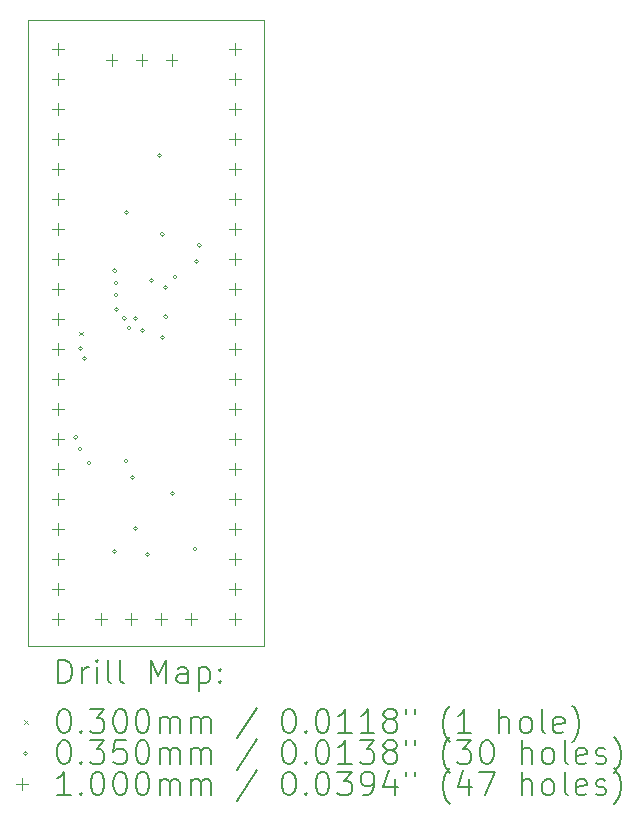
<source format=gbr>
%TF.GenerationSoftware,KiCad,Pcbnew,8.0.4*%
%TF.CreationDate,2024-10-13T11:01:52+03:00*%
%TF.ProjectId,stm32f0_nucleo,73746d33-3266-4305-9f6e-75636c656f2e,rev?*%
%TF.SameCoordinates,Original*%
%TF.FileFunction,Drillmap*%
%TF.FilePolarity,Positive*%
%FSLAX45Y45*%
G04 Gerber Fmt 4.5, Leading zero omitted, Abs format (unit mm)*
G04 Created by KiCad (PCBNEW 8.0.4) date 2024-10-13 11:01:52*
%MOMM*%
%LPD*%
G01*
G04 APERTURE LIST*
%ADD10C,0.100000*%
%ADD11C,0.200000*%
G04 APERTURE END LIST*
D10*
X13750000Y-5750000D02*
X15750000Y-5750000D01*
X15750000Y-11050000D01*
X13750000Y-11050000D01*
X13750000Y-5750000D01*
D11*
D10*
X14182000Y-8390000D02*
X14212000Y-8420000D01*
X14212000Y-8390000D02*
X14182000Y-8420000D01*
X14171500Y-9285000D02*
G75*
G02*
X14136500Y-9285000I-17500J0D01*
G01*
X14136500Y-9285000D02*
G75*
G02*
X14171500Y-9285000I17500J0D01*
G01*
X14206500Y-9382000D02*
G75*
G02*
X14171500Y-9382000I-17500J0D01*
G01*
X14171500Y-9382000D02*
G75*
G02*
X14206500Y-9382000I17500J0D01*
G01*
X14210500Y-8533000D02*
G75*
G02*
X14175500Y-8533000I-17500J0D01*
G01*
X14175500Y-8533000D02*
G75*
G02*
X14210500Y-8533000I17500J0D01*
G01*
X14245500Y-8620000D02*
G75*
G02*
X14210500Y-8620000I-17500J0D01*
G01*
X14210500Y-8620000D02*
G75*
G02*
X14245500Y-8620000I17500J0D01*
G01*
X14283500Y-9503000D02*
G75*
G02*
X14248500Y-9503000I-17500J0D01*
G01*
X14248500Y-9503000D02*
G75*
G02*
X14283500Y-9503000I17500J0D01*
G01*
X14499500Y-10253000D02*
G75*
G02*
X14464500Y-10253000I-17500J0D01*
G01*
X14464500Y-10253000D02*
G75*
G02*
X14499500Y-10253000I17500J0D01*
G01*
X14500500Y-7874000D02*
G75*
G02*
X14465500Y-7874000I-17500J0D01*
G01*
X14465500Y-7874000D02*
G75*
G02*
X14500500Y-7874000I17500J0D01*
G01*
X14508500Y-8080000D02*
G75*
G02*
X14473500Y-8080000I-17500J0D01*
G01*
X14473500Y-8080000D02*
G75*
G02*
X14508500Y-8080000I17500J0D01*
G01*
X14511500Y-7975000D02*
G75*
G02*
X14476500Y-7975000I-17500J0D01*
G01*
X14476500Y-7975000D02*
G75*
G02*
X14511500Y-7975000I17500J0D01*
G01*
X14514500Y-8205000D02*
G75*
G02*
X14479500Y-8205000I-17500J0D01*
G01*
X14479500Y-8205000D02*
G75*
G02*
X14514500Y-8205000I17500J0D01*
G01*
X14580500Y-8277000D02*
G75*
G02*
X14545500Y-8277000I-17500J0D01*
G01*
X14545500Y-8277000D02*
G75*
G02*
X14580500Y-8277000I17500J0D01*
G01*
X14594500Y-9487000D02*
G75*
G02*
X14559500Y-9487000I-17500J0D01*
G01*
X14559500Y-9487000D02*
G75*
G02*
X14594500Y-9487000I17500J0D01*
G01*
X14597500Y-7382000D02*
G75*
G02*
X14562500Y-7382000I-17500J0D01*
G01*
X14562500Y-7382000D02*
G75*
G02*
X14597500Y-7382000I17500J0D01*
G01*
X14623500Y-8360000D02*
G75*
G02*
X14588500Y-8360000I-17500J0D01*
G01*
X14588500Y-8360000D02*
G75*
G02*
X14623500Y-8360000I17500J0D01*
G01*
X14649500Y-9624000D02*
G75*
G02*
X14614500Y-9624000I-17500J0D01*
G01*
X14614500Y-9624000D02*
G75*
G02*
X14649500Y-9624000I17500J0D01*
G01*
X14674500Y-8277000D02*
G75*
G02*
X14639500Y-8277000I-17500J0D01*
G01*
X14639500Y-8277000D02*
G75*
G02*
X14674500Y-8277000I17500J0D01*
G01*
X14675500Y-10055000D02*
G75*
G02*
X14640500Y-10055000I-17500J0D01*
G01*
X14640500Y-10055000D02*
G75*
G02*
X14675500Y-10055000I17500J0D01*
G01*
X14736500Y-8383000D02*
G75*
G02*
X14701500Y-8383000I-17500J0D01*
G01*
X14701500Y-8383000D02*
G75*
G02*
X14736500Y-8383000I17500J0D01*
G01*
X14775500Y-10276000D02*
G75*
G02*
X14740500Y-10276000I-17500J0D01*
G01*
X14740500Y-10276000D02*
G75*
G02*
X14775500Y-10276000I17500J0D01*
G01*
X14813500Y-7958000D02*
G75*
G02*
X14778500Y-7958000I-17500J0D01*
G01*
X14778500Y-7958000D02*
G75*
G02*
X14813500Y-7958000I17500J0D01*
G01*
X14879500Y-6899000D02*
G75*
G02*
X14844500Y-6899000I-17500J0D01*
G01*
X14844500Y-6899000D02*
G75*
G02*
X14879500Y-6899000I17500J0D01*
G01*
X14901500Y-7567000D02*
G75*
G02*
X14866500Y-7567000I-17500J0D01*
G01*
X14866500Y-7567000D02*
G75*
G02*
X14901500Y-7567000I17500J0D01*
G01*
X14904500Y-8441000D02*
G75*
G02*
X14869500Y-8441000I-17500J0D01*
G01*
X14869500Y-8441000D02*
G75*
G02*
X14904500Y-8441000I17500J0D01*
G01*
X14928500Y-8015000D02*
G75*
G02*
X14893500Y-8015000I-17500J0D01*
G01*
X14893500Y-8015000D02*
G75*
G02*
X14928500Y-8015000I17500J0D01*
G01*
X14933500Y-8263000D02*
G75*
G02*
X14898500Y-8263000I-17500J0D01*
G01*
X14898500Y-8263000D02*
G75*
G02*
X14933500Y-8263000I17500J0D01*
G01*
X14989500Y-9764000D02*
G75*
G02*
X14954500Y-9764000I-17500J0D01*
G01*
X14954500Y-9764000D02*
G75*
G02*
X14989500Y-9764000I17500J0D01*
G01*
X15012500Y-7926000D02*
G75*
G02*
X14977500Y-7926000I-17500J0D01*
G01*
X14977500Y-7926000D02*
G75*
G02*
X15012500Y-7926000I17500J0D01*
G01*
X15180500Y-10232000D02*
G75*
G02*
X15145500Y-10232000I-17500J0D01*
G01*
X15145500Y-10232000D02*
G75*
G02*
X15180500Y-10232000I17500J0D01*
G01*
X15190500Y-7796000D02*
G75*
G02*
X15155500Y-7796000I-17500J0D01*
G01*
X15155500Y-7796000D02*
G75*
G02*
X15190500Y-7796000I17500J0D01*
G01*
X15217500Y-7657000D02*
G75*
G02*
X15182500Y-7657000I-17500J0D01*
G01*
X15182500Y-7657000D02*
G75*
G02*
X15217500Y-7657000I17500J0D01*
G01*
X14000000Y-5950000D02*
X14000000Y-6050000D01*
X13950000Y-6000000D02*
X14050000Y-6000000D01*
X14000000Y-6204000D02*
X14000000Y-6304000D01*
X13950000Y-6254000D02*
X14050000Y-6254000D01*
X14000000Y-6458000D02*
X14000000Y-6558000D01*
X13950000Y-6508000D02*
X14050000Y-6508000D01*
X14000000Y-6712000D02*
X14000000Y-6812000D01*
X13950000Y-6762000D02*
X14050000Y-6762000D01*
X14000000Y-6966000D02*
X14000000Y-7066000D01*
X13950000Y-7016000D02*
X14050000Y-7016000D01*
X14000000Y-7220000D02*
X14000000Y-7320000D01*
X13950000Y-7270000D02*
X14050000Y-7270000D01*
X14000000Y-7474000D02*
X14000000Y-7574000D01*
X13950000Y-7524000D02*
X14050000Y-7524000D01*
X14000000Y-7728000D02*
X14000000Y-7828000D01*
X13950000Y-7778000D02*
X14050000Y-7778000D01*
X14000000Y-7982000D02*
X14000000Y-8082000D01*
X13950000Y-8032000D02*
X14050000Y-8032000D01*
X14000000Y-8236000D02*
X14000000Y-8336000D01*
X13950000Y-8286000D02*
X14050000Y-8286000D01*
X14000000Y-8490000D02*
X14000000Y-8590000D01*
X13950000Y-8540000D02*
X14050000Y-8540000D01*
X14000000Y-8744000D02*
X14000000Y-8844000D01*
X13950000Y-8794000D02*
X14050000Y-8794000D01*
X14000000Y-8998000D02*
X14000000Y-9098000D01*
X13950000Y-9048000D02*
X14050000Y-9048000D01*
X14000000Y-9252000D02*
X14000000Y-9352000D01*
X13950000Y-9302000D02*
X14050000Y-9302000D01*
X14000000Y-9506000D02*
X14000000Y-9606000D01*
X13950000Y-9556000D02*
X14050000Y-9556000D01*
X14000000Y-9760000D02*
X14000000Y-9860000D01*
X13950000Y-9810000D02*
X14050000Y-9810000D01*
X14000000Y-10014000D02*
X14000000Y-10114000D01*
X13950000Y-10064000D02*
X14050000Y-10064000D01*
X14000000Y-10268000D02*
X14000000Y-10368000D01*
X13950000Y-10318000D02*
X14050000Y-10318000D01*
X14000000Y-10522000D02*
X14000000Y-10622000D01*
X13950000Y-10572000D02*
X14050000Y-10572000D01*
X14000000Y-10776000D02*
X14000000Y-10876000D01*
X13950000Y-10826000D02*
X14050000Y-10826000D01*
X14364000Y-10776000D02*
X14364000Y-10876000D01*
X14314000Y-10826000D02*
X14414000Y-10826000D01*
X14456000Y-6040000D02*
X14456000Y-6140000D01*
X14406000Y-6090000D02*
X14506000Y-6090000D01*
X14618000Y-10776000D02*
X14618000Y-10876000D01*
X14568000Y-10826000D02*
X14668000Y-10826000D01*
X14710000Y-6040000D02*
X14710000Y-6140000D01*
X14660000Y-6090000D02*
X14760000Y-6090000D01*
X14872000Y-10776000D02*
X14872000Y-10876000D01*
X14822000Y-10826000D02*
X14922000Y-10826000D01*
X14964000Y-6040000D02*
X14964000Y-6140000D01*
X14914000Y-6090000D02*
X15014000Y-6090000D01*
X15126000Y-10776000D02*
X15126000Y-10876000D01*
X15076000Y-10826000D02*
X15176000Y-10826000D01*
X15500000Y-5950000D02*
X15500000Y-6050000D01*
X15450000Y-6000000D02*
X15550000Y-6000000D01*
X15500000Y-6204000D02*
X15500000Y-6304000D01*
X15450000Y-6254000D02*
X15550000Y-6254000D01*
X15500000Y-6458000D02*
X15500000Y-6558000D01*
X15450000Y-6508000D02*
X15550000Y-6508000D01*
X15500000Y-6712000D02*
X15500000Y-6812000D01*
X15450000Y-6762000D02*
X15550000Y-6762000D01*
X15500000Y-6966000D02*
X15500000Y-7066000D01*
X15450000Y-7016000D02*
X15550000Y-7016000D01*
X15500000Y-7220000D02*
X15500000Y-7320000D01*
X15450000Y-7270000D02*
X15550000Y-7270000D01*
X15500000Y-7474000D02*
X15500000Y-7574000D01*
X15450000Y-7524000D02*
X15550000Y-7524000D01*
X15500000Y-7728000D02*
X15500000Y-7828000D01*
X15450000Y-7778000D02*
X15550000Y-7778000D01*
X15500000Y-7982000D02*
X15500000Y-8082000D01*
X15450000Y-8032000D02*
X15550000Y-8032000D01*
X15500000Y-8236000D02*
X15500000Y-8336000D01*
X15450000Y-8286000D02*
X15550000Y-8286000D01*
X15500000Y-8490000D02*
X15500000Y-8590000D01*
X15450000Y-8540000D02*
X15550000Y-8540000D01*
X15500000Y-8744000D02*
X15500000Y-8844000D01*
X15450000Y-8794000D02*
X15550000Y-8794000D01*
X15500000Y-8998000D02*
X15500000Y-9098000D01*
X15450000Y-9048000D02*
X15550000Y-9048000D01*
X15500000Y-9252000D02*
X15500000Y-9352000D01*
X15450000Y-9302000D02*
X15550000Y-9302000D01*
X15500000Y-9506000D02*
X15500000Y-9606000D01*
X15450000Y-9556000D02*
X15550000Y-9556000D01*
X15500000Y-9760000D02*
X15500000Y-9860000D01*
X15450000Y-9810000D02*
X15550000Y-9810000D01*
X15500000Y-10014000D02*
X15500000Y-10114000D01*
X15450000Y-10064000D02*
X15550000Y-10064000D01*
X15500000Y-10268000D02*
X15500000Y-10368000D01*
X15450000Y-10318000D02*
X15550000Y-10318000D01*
X15500000Y-10522000D02*
X15500000Y-10622000D01*
X15450000Y-10572000D02*
X15550000Y-10572000D01*
X15500000Y-10776000D02*
X15500000Y-10876000D01*
X15450000Y-10826000D02*
X15550000Y-10826000D01*
D11*
X14005777Y-11366484D02*
X14005777Y-11166484D01*
X14005777Y-11166484D02*
X14053396Y-11166484D01*
X14053396Y-11166484D02*
X14081967Y-11176008D01*
X14081967Y-11176008D02*
X14101015Y-11195055D01*
X14101015Y-11195055D02*
X14110539Y-11214103D01*
X14110539Y-11214103D02*
X14120062Y-11252198D01*
X14120062Y-11252198D02*
X14120062Y-11280769D01*
X14120062Y-11280769D02*
X14110539Y-11318865D01*
X14110539Y-11318865D02*
X14101015Y-11337912D01*
X14101015Y-11337912D02*
X14081967Y-11356960D01*
X14081967Y-11356960D02*
X14053396Y-11366484D01*
X14053396Y-11366484D02*
X14005777Y-11366484D01*
X14205777Y-11366484D02*
X14205777Y-11233150D01*
X14205777Y-11271246D02*
X14215301Y-11252198D01*
X14215301Y-11252198D02*
X14224824Y-11242674D01*
X14224824Y-11242674D02*
X14243872Y-11233150D01*
X14243872Y-11233150D02*
X14262920Y-11233150D01*
X14329586Y-11366484D02*
X14329586Y-11233150D01*
X14329586Y-11166484D02*
X14320062Y-11176008D01*
X14320062Y-11176008D02*
X14329586Y-11185531D01*
X14329586Y-11185531D02*
X14339110Y-11176008D01*
X14339110Y-11176008D02*
X14329586Y-11166484D01*
X14329586Y-11166484D02*
X14329586Y-11185531D01*
X14453396Y-11366484D02*
X14434348Y-11356960D01*
X14434348Y-11356960D02*
X14424824Y-11337912D01*
X14424824Y-11337912D02*
X14424824Y-11166484D01*
X14558158Y-11366484D02*
X14539110Y-11356960D01*
X14539110Y-11356960D02*
X14529586Y-11337912D01*
X14529586Y-11337912D02*
X14529586Y-11166484D01*
X14786729Y-11366484D02*
X14786729Y-11166484D01*
X14786729Y-11166484D02*
X14853396Y-11309341D01*
X14853396Y-11309341D02*
X14920062Y-11166484D01*
X14920062Y-11166484D02*
X14920062Y-11366484D01*
X15101015Y-11366484D02*
X15101015Y-11261722D01*
X15101015Y-11261722D02*
X15091491Y-11242674D01*
X15091491Y-11242674D02*
X15072443Y-11233150D01*
X15072443Y-11233150D02*
X15034348Y-11233150D01*
X15034348Y-11233150D02*
X15015301Y-11242674D01*
X15101015Y-11356960D02*
X15081967Y-11366484D01*
X15081967Y-11366484D02*
X15034348Y-11366484D01*
X15034348Y-11366484D02*
X15015301Y-11356960D01*
X15015301Y-11356960D02*
X15005777Y-11337912D01*
X15005777Y-11337912D02*
X15005777Y-11318865D01*
X15005777Y-11318865D02*
X15015301Y-11299817D01*
X15015301Y-11299817D02*
X15034348Y-11290293D01*
X15034348Y-11290293D02*
X15081967Y-11290293D01*
X15081967Y-11290293D02*
X15101015Y-11280769D01*
X15196253Y-11233150D02*
X15196253Y-11433150D01*
X15196253Y-11242674D02*
X15215301Y-11233150D01*
X15215301Y-11233150D02*
X15253396Y-11233150D01*
X15253396Y-11233150D02*
X15272443Y-11242674D01*
X15272443Y-11242674D02*
X15281967Y-11252198D01*
X15281967Y-11252198D02*
X15291491Y-11271246D01*
X15291491Y-11271246D02*
X15291491Y-11328388D01*
X15291491Y-11328388D02*
X15281967Y-11347436D01*
X15281967Y-11347436D02*
X15272443Y-11356960D01*
X15272443Y-11356960D02*
X15253396Y-11366484D01*
X15253396Y-11366484D02*
X15215301Y-11366484D01*
X15215301Y-11366484D02*
X15196253Y-11356960D01*
X15377205Y-11347436D02*
X15386729Y-11356960D01*
X15386729Y-11356960D02*
X15377205Y-11366484D01*
X15377205Y-11366484D02*
X15367682Y-11356960D01*
X15367682Y-11356960D02*
X15377205Y-11347436D01*
X15377205Y-11347436D02*
X15377205Y-11366484D01*
X15377205Y-11242674D02*
X15386729Y-11252198D01*
X15386729Y-11252198D02*
X15377205Y-11261722D01*
X15377205Y-11261722D02*
X15367682Y-11252198D01*
X15367682Y-11252198D02*
X15377205Y-11242674D01*
X15377205Y-11242674D02*
X15377205Y-11261722D01*
D10*
X13715000Y-11680000D02*
X13745000Y-11710000D01*
X13745000Y-11680000D02*
X13715000Y-11710000D01*
D11*
X14043872Y-11586484D02*
X14062920Y-11586484D01*
X14062920Y-11586484D02*
X14081967Y-11596008D01*
X14081967Y-11596008D02*
X14091491Y-11605531D01*
X14091491Y-11605531D02*
X14101015Y-11624579D01*
X14101015Y-11624579D02*
X14110539Y-11662674D01*
X14110539Y-11662674D02*
X14110539Y-11710293D01*
X14110539Y-11710293D02*
X14101015Y-11748388D01*
X14101015Y-11748388D02*
X14091491Y-11767436D01*
X14091491Y-11767436D02*
X14081967Y-11776960D01*
X14081967Y-11776960D02*
X14062920Y-11786484D01*
X14062920Y-11786484D02*
X14043872Y-11786484D01*
X14043872Y-11786484D02*
X14024824Y-11776960D01*
X14024824Y-11776960D02*
X14015301Y-11767436D01*
X14015301Y-11767436D02*
X14005777Y-11748388D01*
X14005777Y-11748388D02*
X13996253Y-11710293D01*
X13996253Y-11710293D02*
X13996253Y-11662674D01*
X13996253Y-11662674D02*
X14005777Y-11624579D01*
X14005777Y-11624579D02*
X14015301Y-11605531D01*
X14015301Y-11605531D02*
X14024824Y-11596008D01*
X14024824Y-11596008D02*
X14043872Y-11586484D01*
X14196253Y-11767436D02*
X14205777Y-11776960D01*
X14205777Y-11776960D02*
X14196253Y-11786484D01*
X14196253Y-11786484D02*
X14186729Y-11776960D01*
X14186729Y-11776960D02*
X14196253Y-11767436D01*
X14196253Y-11767436D02*
X14196253Y-11786484D01*
X14272443Y-11586484D02*
X14396253Y-11586484D01*
X14396253Y-11586484D02*
X14329586Y-11662674D01*
X14329586Y-11662674D02*
X14358158Y-11662674D01*
X14358158Y-11662674D02*
X14377205Y-11672198D01*
X14377205Y-11672198D02*
X14386729Y-11681722D01*
X14386729Y-11681722D02*
X14396253Y-11700769D01*
X14396253Y-11700769D02*
X14396253Y-11748388D01*
X14396253Y-11748388D02*
X14386729Y-11767436D01*
X14386729Y-11767436D02*
X14377205Y-11776960D01*
X14377205Y-11776960D02*
X14358158Y-11786484D01*
X14358158Y-11786484D02*
X14301015Y-11786484D01*
X14301015Y-11786484D02*
X14281967Y-11776960D01*
X14281967Y-11776960D02*
X14272443Y-11767436D01*
X14520062Y-11586484D02*
X14539110Y-11586484D01*
X14539110Y-11586484D02*
X14558158Y-11596008D01*
X14558158Y-11596008D02*
X14567682Y-11605531D01*
X14567682Y-11605531D02*
X14577205Y-11624579D01*
X14577205Y-11624579D02*
X14586729Y-11662674D01*
X14586729Y-11662674D02*
X14586729Y-11710293D01*
X14586729Y-11710293D02*
X14577205Y-11748388D01*
X14577205Y-11748388D02*
X14567682Y-11767436D01*
X14567682Y-11767436D02*
X14558158Y-11776960D01*
X14558158Y-11776960D02*
X14539110Y-11786484D01*
X14539110Y-11786484D02*
X14520062Y-11786484D01*
X14520062Y-11786484D02*
X14501015Y-11776960D01*
X14501015Y-11776960D02*
X14491491Y-11767436D01*
X14491491Y-11767436D02*
X14481967Y-11748388D01*
X14481967Y-11748388D02*
X14472443Y-11710293D01*
X14472443Y-11710293D02*
X14472443Y-11662674D01*
X14472443Y-11662674D02*
X14481967Y-11624579D01*
X14481967Y-11624579D02*
X14491491Y-11605531D01*
X14491491Y-11605531D02*
X14501015Y-11596008D01*
X14501015Y-11596008D02*
X14520062Y-11586484D01*
X14710539Y-11586484D02*
X14729586Y-11586484D01*
X14729586Y-11586484D02*
X14748634Y-11596008D01*
X14748634Y-11596008D02*
X14758158Y-11605531D01*
X14758158Y-11605531D02*
X14767682Y-11624579D01*
X14767682Y-11624579D02*
X14777205Y-11662674D01*
X14777205Y-11662674D02*
X14777205Y-11710293D01*
X14777205Y-11710293D02*
X14767682Y-11748388D01*
X14767682Y-11748388D02*
X14758158Y-11767436D01*
X14758158Y-11767436D02*
X14748634Y-11776960D01*
X14748634Y-11776960D02*
X14729586Y-11786484D01*
X14729586Y-11786484D02*
X14710539Y-11786484D01*
X14710539Y-11786484D02*
X14691491Y-11776960D01*
X14691491Y-11776960D02*
X14681967Y-11767436D01*
X14681967Y-11767436D02*
X14672443Y-11748388D01*
X14672443Y-11748388D02*
X14662920Y-11710293D01*
X14662920Y-11710293D02*
X14662920Y-11662674D01*
X14662920Y-11662674D02*
X14672443Y-11624579D01*
X14672443Y-11624579D02*
X14681967Y-11605531D01*
X14681967Y-11605531D02*
X14691491Y-11596008D01*
X14691491Y-11596008D02*
X14710539Y-11586484D01*
X14862920Y-11786484D02*
X14862920Y-11653150D01*
X14862920Y-11672198D02*
X14872443Y-11662674D01*
X14872443Y-11662674D02*
X14891491Y-11653150D01*
X14891491Y-11653150D02*
X14920063Y-11653150D01*
X14920063Y-11653150D02*
X14939110Y-11662674D01*
X14939110Y-11662674D02*
X14948634Y-11681722D01*
X14948634Y-11681722D02*
X14948634Y-11786484D01*
X14948634Y-11681722D02*
X14958158Y-11662674D01*
X14958158Y-11662674D02*
X14977205Y-11653150D01*
X14977205Y-11653150D02*
X15005777Y-11653150D01*
X15005777Y-11653150D02*
X15024824Y-11662674D01*
X15024824Y-11662674D02*
X15034348Y-11681722D01*
X15034348Y-11681722D02*
X15034348Y-11786484D01*
X15129586Y-11786484D02*
X15129586Y-11653150D01*
X15129586Y-11672198D02*
X15139110Y-11662674D01*
X15139110Y-11662674D02*
X15158158Y-11653150D01*
X15158158Y-11653150D02*
X15186729Y-11653150D01*
X15186729Y-11653150D02*
X15205777Y-11662674D01*
X15205777Y-11662674D02*
X15215301Y-11681722D01*
X15215301Y-11681722D02*
X15215301Y-11786484D01*
X15215301Y-11681722D02*
X15224824Y-11662674D01*
X15224824Y-11662674D02*
X15243872Y-11653150D01*
X15243872Y-11653150D02*
X15272443Y-11653150D01*
X15272443Y-11653150D02*
X15291491Y-11662674D01*
X15291491Y-11662674D02*
X15301015Y-11681722D01*
X15301015Y-11681722D02*
X15301015Y-11786484D01*
X15691491Y-11576960D02*
X15520063Y-11834103D01*
X15948634Y-11586484D02*
X15967682Y-11586484D01*
X15967682Y-11586484D02*
X15986729Y-11596008D01*
X15986729Y-11596008D02*
X15996253Y-11605531D01*
X15996253Y-11605531D02*
X16005777Y-11624579D01*
X16005777Y-11624579D02*
X16015301Y-11662674D01*
X16015301Y-11662674D02*
X16015301Y-11710293D01*
X16015301Y-11710293D02*
X16005777Y-11748388D01*
X16005777Y-11748388D02*
X15996253Y-11767436D01*
X15996253Y-11767436D02*
X15986729Y-11776960D01*
X15986729Y-11776960D02*
X15967682Y-11786484D01*
X15967682Y-11786484D02*
X15948634Y-11786484D01*
X15948634Y-11786484D02*
X15929586Y-11776960D01*
X15929586Y-11776960D02*
X15920063Y-11767436D01*
X15920063Y-11767436D02*
X15910539Y-11748388D01*
X15910539Y-11748388D02*
X15901015Y-11710293D01*
X15901015Y-11710293D02*
X15901015Y-11662674D01*
X15901015Y-11662674D02*
X15910539Y-11624579D01*
X15910539Y-11624579D02*
X15920063Y-11605531D01*
X15920063Y-11605531D02*
X15929586Y-11596008D01*
X15929586Y-11596008D02*
X15948634Y-11586484D01*
X16101015Y-11767436D02*
X16110539Y-11776960D01*
X16110539Y-11776960D02*
X16101015Y-11786484D01*
X16101015Y-11786484D02*
X16091491Y-11776960D01*
X16091491Y-11776960D02*
X16101015Y-11767436D01*
X16101015Y-11767436D02*
X16101015Y-11786484D01*
X16234348Y-11586484D02*
X16253396Y-11586484D01*
X16253396Y-11586484D02*
X16272444Y-11596008D01*
X16272444Y-11596008D02*
X16281967Y-11605531D01*
X16281967Y-11605531D02*
X16291491Y-11624579D01*
X16291491Y-11624579D02*
X16301015Y-11662674D01*
X16301015Y-11662674D02*
X16301015Y-11710293D01*
X16301015Y-11710293D02*
X16291491Y-11748388D01*
X16291491Y-11748388D02*
X16281967Y-11767436D01*
X16281967Y-11767436D02*
X16272444Y-11776960D01*
X16272444Y-11776960D02*
X16253396Y-11786484D01*
X16253396Y-11786484D02*
X16234348Y-11786484D01*
X16234348Y-11786484D02*
X16215301Y-11776960D01*
X16215301Y-11776960D02*
X16205777Y-11767436D01*
X16205777Y-11767436D02*
X16196253Y-11748388D01*
X16196253Y-11748388D02*
X16186729Y-11710293D01*
X16186729Y-11710293D02*
X16186729Y-11662674D01*
X16186729Y-11662674D02*
X16196253Y-11624579D01*
X16196253Y-11624579D02*
X16205777Y-11605531D01*
X16205777Y-11605531D02*
X16215301Y-11596008D01*
X16215301Y-11596008D02*
X16234348Y-11586484D01*
X16491491Y-11786484D02*
X16377206Y-11786484D01*
X16434348Y-11786484D02*
X16434348Y-11586484D01*
X16434348Y-11586484D02*
X16415301Y-11615055D01*
X16415301Y-11615055D02*
X16396253Y-11634103D01*
X16396253Y-11634103D02*
X16377206Y-11643627D01*
X16681967Y-11786484D02*
X16567682Y-11786484D01*
X16624825Y-11786484D02*
X16624825Y-11586484D01*
X16624825Y-11586484D02*
X16605777Y-11615055D01*
X16605777Y-11615055D02*
X16586729Y-11634103D01*
X16586729Y-11634103D02*
X16567682Y-11643627D01*
X16796253Y-11672198D02*
X16777206Y-11662674D01*
X16777206Y-11662674D02*
X16767682Y-11653150D01*
X16767682Y-11653150D02*
X16758158Y-11634103D01*
X16758158Y-11634103D02*
X16758158Y-11624579D01*
X16758158Y-11624579D02*
X16767682Y-11605531D01*
X16767682Y-11605531D02*
X16777206Y-11596008D01*
X16777206Y-11596008D02*
X16796253Y-11586484D01*
X16796253Y-11586484D02*
X16834349Y-11586484D01*
X16834349Y-11586484D02*
X16853396Y-11596008D01*
X16853396Y-11596008D02*
X16862920Y-11605531D01*
X16862920Y-11605531D02*
X16872444Y-11624579D01*
X16872444Y-11624579D02*
X16872444Y-11634103D01*
X16872444Y-11634103D02*
X16862920Y-11653150D01*
X16862920Y-11653150D02*
X16853396Y-11662674D01*
X16853396Y-11662674D02*
X16834349Y-11672198D01*
X16834349Y-11672198D02*
X16796253Y-11672198D01*
X16796253Y-11672198D02*
X16777206Y-11681722D01*
X16777206Y-11681722D02*
X16767682Y-11691246D01*
X16767682Y-11691246D02*
X16758158Y-11710293D01*
X16758158Y-11710293D02*
X16758158Y-11748388D01*
X16758158Y-11748388D02*
X16767682Y-11767436D01*
X16767682Y-11767436D02*
X16777206Y-11776960D01*
X16777206Y-11776960D02*
X16796253Y-11786484D01*
X16796253Y-11786484D02*
X16834349Y-11786484D01*
X16834349Y-11786484D02*
X16853396Y-11776960D01*
X16853396Y-11776960D02*
X16862920Y-11767436D01*
X16862920Y-11767436D02*
X16872444Y-11748388D01*
X16872444Y-11748388D02*
X16872444Y-11710293D01*
X16872444Y-11710293D02*
X16862920Y-11691246D01*
X16862920Y-11691246D02*
X16853396Y-11681722D01*
X16853396Y-11681722D02*
X16834349Y-11672198D01*
X16948634Y-11586484D02*
X16948634Y-11624579D01*
X17024825Y-11586484D02*
X17024825Y-11624579D01*
X17320063Y-11862674D02*
X17310539Y-11853150D01*
X17310539Y-11853150D02*
X17291491Y-11824579D01*
X17291491Y-11824579D02*
X17281968Y-11805531D01*
X17281968Y-11805531D02*
X17272444Y-11776960D01*
X17272444Y-11776960D02*
X17262920Y-11729341D01*
X17262920Y-11729341D02*
X17262920Y-11691246D01*
X17262920Y-11691246D02*
X17272444Y-11643627D01*
X17272444Y-11643627D02*
X17281968Y-11615055D01*
X17281968Y-11615055D02*
X17291491Y-11596008D01*
X17291491Y-11596008D02*
X17310539Y-11567436D01*
X17310539Y-11567436D02*
X17320063Y-11557912D01*
X17501015Y-11786484D02*
X17386730Y-11786484D01*
X17443872Y-11786484D02*
X17443872Y-11586484D01*
X17443872Y-11586484D02*
X17424825Y-11615055D01*
X17424825Y-11615055D02*
X17405777Y-11634103D01*
X17405777Y-11634103D02*
X17386730Y-11643627D01*
X17739111Y-11786484D02*
X17739111Y-11586484D01*
X17824825Y-11786484D02*
X17824825Y-11681722D01*
X17824825Y-11681722D02*
X17815301Y-11662674D01*
X17815301Y-11662674D02*
X17796253Y-11653150D01*
X17796253Y-11653150D02*
X17767682Y-11653150D01*
X17767682Y-11653150D02*
X17748634Y-11662674D01*
X17748634Y-11662674D02*
X17739111Y-11672198D01*
X17948634Y-11786484D02*
X17929587Y-11776960D01*
X17929587Y-11776960D02*
X17920063Y-11767436D01*
X17920063Y-11767436D02*
X17910539Y-11748388D01*
X17910539Y-11748388D02*
X17910539Y-11691246D01*
X17910539Y-11691246D02*
X17920063Y-11672198D01*
X17920063Y-11672198D02*
X17929587Y-11662674D01*
X17929587Y-11662674D02*
X17948634Y-11653150D01*
X17948634Y-11653150D02*
X17977206Y-11653150D01*
X17977206Y-11653150D02*
X17996253Y-11662674D01*
X17996253Y-11662674D02*
X18005777Y-11672198D01*
X18005777Y-11672198D02*
X18015301Y-11691246D01*
X18015301Y-11691246D02*
X18015301Y-11748388D01*
X18015301Y-11748388D02*
X18005777Y-11767436D01*
X18005777Y-11767436D02*
X17996253Y-11776960D01*
X17996253Y-11776960D02*
X17977206Y-11786484D01*
X17977206Y-11786484D02*
X17948634Y-11786484D01*
X18129587Y-11786484D02*
X18110539Y-11776960D01*
X18110539Y-11776960D02*
X18101015Y-11757912D01*
X18101015Y-11757912D02*
X18101015Y-11586484D01*
X18281968Y-11776960D02*
X18262920Y-11786484D01*
X18262920Y-11786484D02*
X18224825Y-11786484D01*
X18224825Y-11786484D02*
X18205777Y-11776960D01*
X18205777Y-11776960D02*
X18196253Y-11757912D01*
X18196253Y-11757912D02*
X18196253Y-11681722D01*
X18196253Y-11681722D02*
X18205777Y-11662674D01*
X18205777Y-11662674D02*
X18224825Y-11653150D01*
X18224825Y-11653150D02*
X18262920Y-11653150D01*
X18262920Y-11653150D02*
X18281968Y-11662674D01*
X18281968Y-11662674D02*
X18291492Y-11681722D01*
X18291492Y-11681722D02*
X18291492Y-11700769D01*
X18291492Y-11700769D02*
X18196253Y-11719817D01*
X18358158Y-11862674D02*
X18367682Y-11853150D01*
X18367682Y-11853150D02*
X18386730Y-11824579D01*
X18386730Y-11824579D02*
X18396253Y-11805531D01*
X18396253Y-11805531D02*
X18405777Y-11776960D01*
X18405777Y-11776960D02*
X18415301Y-11729341D01*
X18415301Y-11729341D02*
X18415301Y-11691246D01*
X18415301Y-11691246D02*
X18405777Y-11643627D01*
X18405777Y-11643627D02*
X18396253Y-11615055D01*
X18396253Y-11615055D02*
X18386730Y-11596008D01*
X18386730Y-11596008D02*
X18367682Y-11567436D01*
X18367682Y-11567436D02*
X18358158Y-11557912D01*
D10*
X13745000Y-11959000D02*
G75*
G02*
X13710000Y-11959000I-17500J0D01*
G01*
X13710000Y-11959000D02*
G75*
G02*
X13745000Y-11959000I17500J0D01*
G01*
D11*
X14043872Y-11850484D02*
X14062920Y-11850484D01*
X14062920Y-11850484D02*
X14081967Y-11860008D01*
X14081967Y-11860008D02*
X14091491Y-11869531D01*
X14091491Y-11869531D02*
X14101015Y-11888579D01*
X14101015Y-11888579D02*
X14110539Y-11926674D01*
X14110539Y-11926674D02*
X14110539Y-11974293D01*
X14110539Y-11974293D02*
X14101015Y-12012388D01*
X14101015Y-12012388D02*
X14091491Y-12031436D01*
X14091491Y-12031436D02*
X14081967Y-12040960D01*
X14081967Y-12040960D02*
X14062920Y-12050484D01*
X14062920Y-12050484D02*
X14043872Y-12050484D01*
X14043872Y-12050484D02*
X14024824Y-12040960D01*
X14024824Y-12040960D02*
X14015301Y-12031436D01*
X14015301Y-12031436D02*
X14005777Y-12012388D01*
X14005777Y-12012388D02*
X13996253Y-11974293D01*
X13996253Y-11974293D02*
X13996253Y-11926674D01*
X13996253Y-11926674D02*
X14005777Y-11888579D01*
X14005777Y-11888579D02*
X14015301Y-11869531D01*
X14015301Y-11869531D02*
X14024824Y-11860008D01*
X14024824Y-11860008D02*
X14043872Y-11850484D01*
X14196253Y-12031436D02*
X14205777Y-12040960D01*
X14205777Y-12040960D02*
X14196253Y-12050484D01*
X14196253Y-12050484D02*
X14186729Y-12040960D01*
X14186729Y-12040960D02*
X14196253Y-12031436D01*
X14196253Y-12031436D02*
X14196253Y-12050484D01*
X14272443Y-11850484D02*
X14396253Y-11850484D01*
X14396253Y-11850484D02*
X14329586Y-11926674D01*
X14329586Y-11926674D02*
X14358158Y-11926674D01*
X14358158Y-11926674D02*
X14377205Y-11936198D01*
X14377205Y-11936198D02*
X14386729Y-11945722D01*
X14386729Y-11945722D02*
X14396253Y-11964769D01*
X14396253Y-11964769D02*
X14396253Y-12012388D01*
X14396253Y-12012388D02*
X14386729Y-12031436D01*
X14386729Y-12031436D02*
X14377205Y-12040960D01*
X14377205Y-12040960D02*
X14358158Y-12050484D01*
X14358158Y-12050484D02*
X14301015Y-12050484D01*
X14301015Y-12050484D02*
X14281967Y-12040960D01*
X14281967Y-12040960D02*
X14272443Y-12031436D01*
X14577205Y-11850484D02*
X14481967Y-11850484D01*
X14481967Y-11850484D02*
X14472443Y-11945722D01*
X14472443Y-11945722D02*
X14481967Y-11936198D01*
X14481967Y-11936198D02*
X14501015Y-11926674D01*
X14501015Y-11926674D02*
X14548634Y-11926674D01*
X14548634Y-11926674D02*
X14567682Y-11936198D01*
X14567682Y-11936198D02*
X14577205Y-11945722D01*
X14577205Y-11945722D02*
X14586729Y-11964769D01*
X14586729Y-11964769D02*
X14586729Y-12012388D01*
X14586729Y-12012388D02*
X14577205Y-12031436D01*
X14577205Y-12031436D02*
X14567682Y-12040960D01*
X14567682Y-12040960D02*
X14548634Y-12050484D01*
X14548634Y-12050484D02*
X14501015Y-12050484D01*
X14501015Y-12050484D02*
X14481967Y-12040960D01*
X14481967Y-12040960D02*
X14472443Y-12031436D01*
X14710539Y-11850484D02*
X14729586Y-11850484D01*
X14729586Y-11850484D02*
X14748634Y-11860008D01*
X14748634Y-11860008D02*
X14758158Y-11869531D01*
X14758158Y-11869531D02*
X14767682Y-11888579D01*
X14767682Y-11888579D02*
X14777205Y-11926674D01*
X14777205Y-11926674D02*
X14777205Y-11974293D01*
X14777205Y-11974293D02*
X14767682Y-12012388D01*
X14767682Y-12012388D02*
X14758158Y-12031436D01*
X14758158Y-12031436D02*
X14748634Y-12040960D01*
X14748634Y-12040960D02*
X14729586Y-12050484D01*
X14729586Y-12050484D02*
X14710539Y-12050484D01*
X14710539Y-12050484D02*
X14691491Y-12040960D01*
X14691491Y-12040960D02*
X14681967Y-12031436D01*
X14681967Y-12031436D02*
X14672443Y-12012388D01*
X14672443Y-12012388D02*
X14662920Y-11974293D01*
X14662920Y-11974293D02*
X14662920Y-11926674D01*
X14662920Y-11926674D02*
X14672443Y-11888579D01*
X14672443Y-11888579D02*
X14681967Y-11869531D01*
X14681967Y-11869531D02*
X14691491Y-11860008D01*
X14691491Y-11860008D02*
X14710539Y-11850484D01*
X14862920Y-12050484D02*
X14862920Y-11917150D01*
X14862920Y-11936198D02*
X14872443Y-11926674D01*
X14872443Y-11926674D02*
X14891491Y-11917150D01*
X14891491Y-11917150D02*
X14920063Y-11917150D01*
X14920063Y-11917150D02*
X14939110Y-11926674D01*
X14939110Y-11926674D02*
X14948634Y-11945722D01*
X14948634Y-11945722D02*
X14948634Y-12050484D01*
X14948634Y-11945722D02*
X14958158Y-11926674D01*
X14958158Y-11926674D02*
X14977205Y-11917150D01*
X14977205Y-11917150D02*
X15005777Y-11917150D01*
X15005777Y-11917150D02*
X15024824Y-11926674D01*
X15024824Y-11926674D02*
X15034348Y-11945722D01*
X15034348Y-11945722D02*
X15034348Y-12050484D01*
X15129586Y-12050484D02*
X15129586Y-11917150D01*
X15129586Y-11936198D02*
X15139110Y-11926674D01*
X15139110Y-11926674D02*
X15158158Y-11917150D01*
X15158158Y-11917150D02*
X15186729Y-11917150D01*
X15186729Y-11917150D02*
X15205777Y-11926674D01*
X15205777Y-11926674D02*
X15215301Y-11945722D01*
X15215301Y-11945722D02*
X15215301Y-12050484D01*
X15215301Y-11945722D02*
X15224824Y-11926674D01*
X15224824Y-11926674D02*
X15243872Y-11917150D01*
X15243872Y-11917150D02*
X15272443Y-11917150D01*
X15272443Y-11917150D02*
X15291491Y-11926674D01*
X15291491Y-11926674D02*
X15301015Y-11945722D01*
X15301015Y-11945722D02*
X15301015Y-12050484D01*
X15691491Y-11840960D02*
X15520063Y-12098103D01*
X15948634Y-11850484D02*
X15967682Y-11850484D01*
X15967682Y-11850484D02*
X15986729Y-11860008D01*
X15986729Y-11860008D02*
X15996253Y-11869531D01*
X15996253Y-11869531D02*
X16005777Y-11888579D01*
X16005777Y-11888579D02*
X16015301Y-11926674D01*
X16015301Y-11926674D02*
X16015301Y-11974293D01*
X16015301Y-11974293D02*
X16005777Y-12012388D01*
X16005777Y-12012388D02*
X15996253Y-12031436D01*
X15996253Y-12031436D02*
X15986729Y-12040960D01*
X15986729Y-12040960D02*
X15967682Y-12050484D01*
X15967682Y-12050484D02*
X15948634Y-12050484D01*
X15948634Y-12050484D02*
X15929586Y-12040960D01*
X15929586Y-12040960D02*
X15920063Y-12031436D01*
X15920063Y-12031436D02*
X15910539Y-12012388D01*
X15910539Y-12012388D02*
X15901015Y-11974293D01*
X15901015Y-11974293D02*
X15901015Y-11926674D01*
X15901015Y-11926674D02*
X15910539Y-11888579D01*
X15910539Y-11888579D02*
X15920063Y-11869531D01*
X15920063Y-11869531D02*
X15929586Y-11860008D01*
X15929586Y-11860008D02*
X15948634Y-11850484D01*
X16101015Y-12031436D02*
X16110539Y-12040960D01*
X16110539Y-12040960D02*
X16101015Y-12050484D01*
X16101015Y-12050484D02*
X16091491Y-12040960D01*
X16091491Y-12040960D02*
X16101015Y-12031436D01*
X16101015Y-12031436D02*
X16101015Y-12050484D01*
X16234348Y-11850484D02*
X16253396Y-11850484D01*
X16253396Y-11850484D02*
X16272444Y-11860008D01*
X16272444Y-11860008D02*
X16281967Y-11869531D01*
X16281967Y-11869531D02*
X16291491Y-11888579D01*
X16291491Y-11888579D02*
X16301015Y-11926674D01*
X16301015Y-11926674D02*
X16301015Y-11974293D01*
X16301015Y-11974293D02*
X16291491Y-12012388D01*
X16291491Y-12012388D02*
X16281967Y-12031436D01*
X16281967Y-12031436D02*
X16272444Y-12040960D01*
X16272444Y-12040960D02*
X16253396Y-12050484D01*
X16253396Y-12050484D02*
X16234348Y-12050484D01*
X16234348Y-12050484D02*
X16215301Y-12040960D01*
X16215301Y-12040960D02*
X16205777Y-12031436D01*
X16205777Y-12031436D02*
X16196253Y-12012388D01*
X16196253Y-12012388D02*
X16186729Y-11974293D01*
X16186729Y-11974293D02*
X16186729Y-11926674D01*
X16186729Y-11926674D02*
X16196253Y-11888579D01*
X16196253Y-11888579D02*
X16205777Y-11869531D01*
X16205777Y-11869531D02*
X16215301Y-11860008D01*
X16215301Y-11860008D02*
X16234348Y-11850484D01*
X16491491Y-12050484D02*
X16377206Y-12050484D01*
X16434348Y-12050484D02*
X16434348Y-11850484D01*
X16434348Y-11850484D02*
X16415301Y-11879055D01*
X16415301Y-11879055D02*
X16396253Y-11898103D01*
X16396253Y-11898103D02*
X16377206Y-11907627D01*
X16558158Y-11850484D02*
X16681967Y-11850484D01*
X16681967Y-11850484D02*
X16615301Y-11926674D01*
X16615301Y-11926674D02*
X16643872Y-11926674D01*
X16643872Y-11926674D02*
X16662920Y-11936198D01*
X16662920Y-11936198D02*
X16672444Y-11945722D01*
X16672444Y-11945722D02*
X16681967Y-11964769D01*
X16681967Y-11964769D02*
X16681967Y-12012388D01*
X16681967Y-12012388D02*
X16672444Y-12031436D01*
X16672444Y-12031436D02*
X16662920Y-12040960D01*
X16662920Y-12040960D02*
X16643872Y-12050484D01*
X16643872Y-12050484D02*
X16586729Y-12050484D01*
X16586729Y-12050484D02*
X16567682Y-12040960D01*
X16567682Y-12040960D02*
X16558158Y-12031436D01*
X16796253Y-11936198D02*
X16777206Y-11926674D01*
X16777206Y-11926674D02*
X16767682Y-11917150D01*
X16767682Y-11917150D02*
X16758158Y-11898103D01*
X16758158Y-11898103D02*
X16758158Y-11888579D01*
X16758158Y-11888579D02*
X16767682Y-11869531D01*
X16767682Y-11869531D02*
X16777206Y-11860008D01*
X16777206Y-11860008D02*
X16796253Y-11850484D01*
X16796253Y-11850484D02*
X16834349Y-11850484D01*
X16834349Y-11850484D02*
X16853396Y-11860008D01*
X16853396Y-11860008D02*
X16862920Y-11869531D01*
X16862920Y-11869531D02*
X16872444Y-11888579D01*
X16872444Y-11888579D02*
X16872444Y-11898103D01*
X16872444Y-11898103D02*
X16862920Y-11917150D01*
X16862920Y-11917150D02*
X16853396Y-11926674D01*
X16853396Y-11926674D02*
X16834349Y-11936198D01*
X16834349Y-11936198D02*
X16796253Y-11936198D01*
X16796253Y-11936198D02*
X16777206Y-11945722D01*
X16777206Y-11945722D02*
X16767682Y-11955246D01*
X16767682Y-11955246D02*
X16758158Y-11974293D01*
X16758158Y-11974293D02*
X16758158Y-12012388D01*
X16758158Y-12012388D02*
X16767682Y-12031436D01*
X16767682Y-12031436D02*
X16777206Y-12040960D01*
X16777206Y-12040960D02*
X16796253Y-12050484D01*
X16796253Y-12050484D02*
X16834349Y-12050484D01*
X16834349Y-12050484D02*
X16853396Y-12040960D01*
X16853396Y-12040960D02*
X16862920Y-12031436D01*
X16862920Y-12031436D02*
X16872444Y-12012388D01*
X16872444Y-12012388D02*
X16872444Y-11974293D01*
X16872444Y-11974293D02*
X16862920Y-11955246D01*
X16862920Y-11955246D02*
X16853396Y-11945722D01*
X16853396Y-11945722D02*
X16834349Y-11936198D01*
X16948634Y-11850484D02*
X16948634Y-11888579D01*
X17024825Y-11850484D02*
X17024825Y-11888579D01*
X17320063Y-12126674D02*
X17310539Y-12117150D01*
X17310539Y-12117150D02*
X17291491Y-12088579D01*
X17291491Y-12088579D02*
X17281968Y-12069531D01*
X17281968Y-12069531D02*
X17272444Y-12040960D01*
X17272444Y-12040960D02*
X17262920Y-11993341D01*
X17262920Y-11993341D02*
X17262920Y-11955246D01*
X17262920Y-11955246D02*
X17272444Y-11907627D01*
X17272444Y-11907627D02*
X17281968Y-11879055D01*
X17281968Y-11879055D02*
X17291491Y-11860008D01*
X17291491Y-11860008D02*
X17310539Y-11831436D01*
X17310539Y-11831436D02*
X17320063Y-11821912D01*
X17377206Y-11850484D02*
X17501015Y-11850484D01*
X17501015Y-11850484D02*
X17434349Y-11926674D01*
X17434349Y-11926674D02*
X17462920Y-11926674D01*
X17462920Y-11926674D02*
X17481968Y-11936198D01*
X17481968Y-11936198D02*
X17491491Y-11945722D01*
X17491491Y-11945722D02*
X17501015Y-11964769D01*
X17501015Y-11964769D02*
X17501015Y-12012388D01*
X17501015Y-12012388D02*
X17491491Y-12031436D01*
X17491491Y-12031436D02*
X17481968Y-12040960D01*
X17481968Y-12040960D02*
X17462920Y-12050484D01*
X17462920Y-12050484D02*
X17405777Y-12050484D01*
X17405777Y-12050484D02*
X17386730Y-12040960D01*
X17386730Y-12040960D02*
X17377206Y-12031436D01*
X17624825Y-11850484D02*
X17643872Y-11850484D01*
X17643872Y-11850484D02*
X17662920Y-11860008D01*
X17662920Y-11860008D02*
X17672444Y-11869531D01*
X17672444Y-11869531D02*
X17681968Y-11888579D01*
X17681968Y-11888579D02*
X17691491Y-11926674D01*
X17691491Y-11926674D02*
X17691491Y-11974293D01*
X17691491Y-11974293D02*
X17681968Y-12012388D01*
X17681968Y-12012388D02*
X17672444Y-12031436D01*
X17672444Y-12031436D02*
X17662920Y-12040960D01*
X17662920Y-12040960D02*
X17643872Y-12050484D01*
X17643872Y-12050484D02*
X17624825Y-12050484D01*
X17624825Y-12050484D02*
X17605777Y-12040960D01*
X17605777Y-12040960D02*
X17596253Y-12031436D01*
X17596253Y-12031436D02*
X17586730Y-12012388D01*
X17586730Y-12012388D02*
X17577206Y-11974293D01*
X17577206Y-11974293D02*
X17577206Y-11926674D01*
X17577206Y-11926674D02*
X17586730Y-11888579D01*
X17586730Y-11888579D02*
X17596253Y-11869531D01*
X17596253Y-11869531D02*
X17605777Y-11860008D01*
X17605777Y-11860008D02*
X17624825Y-11850484D01*
X17929587Y-12050484D02*
X17929587Y-11850484D01*
X18015301Y-12050484D02*
X18015301Y-11945722D01*
X18015301Y-11945722D02*
X18005777Y-11926674D01*
X18005777Y-11926674D02*
X17986730Y-11917150D01*
X17986730Y-11917150D02*
X17958158Y-11917150D01*
X17958158Y-11917150D02*
X17939111Y-11926674D01*
X17939111Y-11926674D02*
X17929587Y-11936198D01*
X18139111Y-12050484D02*
X18120063Y-12040960D01*
X18120063Y-12040960D02*
X18110539Y-12031436D01*
X18110539Y-12031436D02*
X18101015Y-12012388D01*
X18101015Y-12012388D02*
X18101015Y-11955246D01*
X18101015Y-11955246D02*
X18110539Y-11936198D01*
X18110539Y-11936198D02*
X18120063Y-11926674D01*
X18120063Y-11926674D02*
X18139111Y-11917150D01*
X18139111Y-11917150D02*
X18167682Y-11917150D01*
X18167682Y-11917150D02*
X18186730Y-11926674D01*
X18186730Y-11926674D02*
X18196253Y-11936198D01*
X18196253Y-11936198D02*
X18205777Y-11955246D01*
X18205777Y-11955246D02*
X18205777Y-12012388D01*
X18205777Y-12012388D02*
X18196253Y-12031436D01*
X18196253Y-12031436D02*
X18186730Y-12040960D01*
X18186730Y-12040960D02*
X18167682Y-12050484D01*
X18167682Y-12050484D02*
X18139111Y-12050484D01*
X18320063Y-12050484D02*
X18301015Y-12040960D01*
X18301015Y-12040960D02*
X18291492Y-12021912D01*
X18291492Y-12021912D02*
X18291492Y-11850484D01*
X18472444Y-12040960D02*
X18453396Y-12050484D01*
X18453396Y-12050484D02*
X18415301Y-12050484D01*
X18415301Y-12050484D02*
X18396253Y-12040960D01*
X18396253Y-12040960D02*
X18386730Y-12021912D01*
X18386730Y-12021912D02*
X18386730Y-11945722D01*
X18386730Y-11945722D02*
X18396253Y-11926674D01*
X18396253Y-11926674D02*
X18415301Y-11917150D01*
X18415301Y-11917150D02*
X18453396Y-11917150D01*
X18453396Y-11917150D02*
X18472444Y-11926674D01*
X18472444Y-11926674D02*
X18481968Y-11945722D01*
X18481968Y-11945722D02*
X18481968Y-11964769D01*
X18481968Y-11964769D02*
X18386730Y-11983817D01*
X18558158Y-12040960D02*
X18577206Y-12050484D01*
X18577206Y-12050484D02*
X18615301Y-12050484D01*
X18615301Y-12050484D02*
X18634349Y-12040960D01*
X18634349Y-12040960D02*
X18643873Y-12021912D01*
X18643873Y-12021912D02*
X18643873Y-12012388D01*
X18643873Y-12012388D02*
X18634349Y-11993341D01*
X18634349Y-11993341D02*
X18615301Y-11983817D01*
X18615301Y-11983817D02*
X18586730Y-11983817D01*
X18586730Y-11983817D02*
X18567682Y-11974293D01*
X18567682Y-11974293D02*
X18558158Y-11955246D01*
X18558158Y-11955246D02*
X18558158Y-11945722D01*
X18558158Y-11945722D02*
X18567682Y-11926674D01*
X18567682Y-11926674D02*
X18586730Y-11917150D01*
X18586730Y-11917150D02*
X18615301Y-11917150D01*
X18615301Y-11917150D02*
X18634349Y-11926674D01*
X18710539Y-12126674D02*
X18720063Y-12117150D01*
X18720063Y-12117150D02*
X18739111Y-12088579D01*
X18739111Y-12088579D02*
X18748634Y-12069531D01*
X18748634Y-12069531D02*
X18758158Y-12040960D01*
X18758158Y-12040960D02*
X18767682Y-11993341D01*
X18767682Y-11993341D02*
X18767682Y-11955246D01*
X18767682Y-11955246D02*
X18758158Y-11907627D01*
X18758158Y-11907627D02*
X18748634Y-11879055D01*
X18748634Y-11879055D02*
X18739111Y-11860008D01*
X18739111Y-11860008D02*
X18720063Y-11831436D01*
X18720063Y-11831436D02*
X18710539Y-11821912D01*
D10*
X13695000Y-12173000D02*
X13695000Y-12273000D01*
X13645000Y-12223000D02*
X13745000Y-12223000D01*
D11*
X14110539Y-12314484D02*
X13996253Y-12314484D01*
X14053396Y-12314484D02*
X14053396Y-12114484D01*
X14053396Y-12114484D02*
X14034348Y-12143055D01*
X14034348Y-12143055D02*
X14015301Y-12162103D01*
X14015301Y-12162103D02*
X13996253Y-12171627D01*
X14196253Y-12295436D02*
X14205777Y-12304960D01*
X14205777Y-12304960D02*
X14196253Y-12314484D01*
X14196253Y-12314484D02*
X14186729Y-12304960D01*
X14186729Y-12304960D02*
X14196253Y-12295436D01*
X14196253Y-12295436D02*
X14196253Y-12314484D01*
X14329586Y-12114484D02*
X14348634Y-12114484D01*
X14348634Y-12114484D02*
X14367682Y-12124008D01*
X14367682Y-12124008D02*
X14377205Y-12133531D01*
X14377205Y-12133531D02*
X14386729Y-12152579D01*
X14386729Y-12152579D02*
X14396253Y-12190674D01*
X14396253Y-12190674D02*
X14396253Y-12238293D01*
X14396253Y-12238293D02*
X14386729Y-12276388D01*
X14386729Y-12276388D02*
X14377205Y-12295436D01*
X14377205Y-12295436D02*
X14367682Y-12304960D01*
X14367682Y-12304960D02*
X14348634Y-12314484D01*
X14348634Y-12314484D02*
X14329586Y-12314484D01*
X14329586Y-12314484D02*
X14310539Y-12304960D01*
X14310539Y-12304960D02*
X14301015Y-12295436D01*
X14301015Y-12295436D02*
X14291491Y-12276388D01*
X14291491Y-12276388D02*
X14281967Y-12238293D01*
X14281967Y-12238293D02*
X14281967Y-12190674D01*
X14281967Y-12190674D02*
X14291491Y-12152579D01*
X14291491Y-12152579D02*
X14301015Y-12133531D01*
X14301015Y-12133531D02*
X14310539Y-12124008D01*
X14310539Y-12124008D02*
X14329586Y-12114484D01*
X14520062Y-12114484D02*
X14539110Y-12114484D01*
X14539110Y-12114484D02*
X14558158Y-12124008D01*
X14558158Y-12124008D02*
X14567682Y-12133531D01*
X14567682Y-12133531D02*
X14577205Y-12152579D01*
X14577205Y-12152579D02*
X14586729Y-12190674D01*
X14586729Y-12190674D02*
X14586729Y-12238293D01*
X14586729Y-12238293D02*
X14577205Y-12276388D01*
X14577205Y-12276388D02*
X14567682Y-12295436D01*
X14567682Y-12295436D02*
X14558158Y-12304960D01*
X14558158Y-12304960D02*
X14539110Y-12314484D01*
X14539110Y-12314484D02*
X14520062Y-12314484D01*
X14520062Y-12314484D02*
X14501015Y-12304960D01*
X14501015Y-12304960D02*
X14491491Y-12295436D01*
X14491491Y-12295436D02*
X14481967Y-12276388D01*
X14481967Y-12276388D02*
X14472443Y-12238293D01*
X14472443Y-12238293D02*
X14472443Y-12190674D01*
X14472443Y-12190674D02*
X14481967Y-12152579D01*
X14481967Y-12152579D02*
X14491491Y-12133531D01*
X14491491Y-12133531D02*
X14501015Y-12124008D01*
X14501015Y-12124008D02*
X14520062Y-12114484D01*
X14710539Y-12114484D02*
X14729586Y-12114484D01*
X14729586Y-12114484D02*
X14748634Y-12124008D01*
X14748634Y-12124008D02*
X14758158Y-12133531D01*
X14758158Y-12133531D02*
X14767682Y-12152579D01*
X14767682Y-12152579D02*
X14777205Y-12190674D01*
X14777205Y-12190674D02*
X14777205Y-12238293D01*
X14777205Y-12238293D02*
X14767682Y-12276388D01*
X14767682Y-12276388D02*
X14758158Y-12295436D01*
X14758158Y-12295436D02*
X14748634Y-12304960D01*
X14748634Y-12304960D02*
X14729586Y-12314484D01*
X14729586Y-12314484D02*
X14710539Y-12314484D01*
X14710539Y-12314484D02*
X14691491Y-12304960D01*
X14691491Y-12304960D02*
X14681967Y-12295436D01*
X14681967Y-12295436D02*
X14672443Y-12276388D01*
X14672443Y-12276388D02*
X14662920Y-12238293D01*
X14662920Y-12238293D02*
X14662920Y-12190674D01*
X14662920Y-12190674D02*
X14672443Y-12152579D01*
X14672443Y-12152579D02*
X14681967Y-12133531D01*
X14681967Y-12133531D02*
X14691491Y-12124008D01*
X14691491Y-12124008D02*
X14710539Y-12114484D01*
X14862920Y-12314484D02*
X14862920Y-12181150D01*
X14862920Y-12200198D02*
X14872443Y-12190674D01*
X14872443Y-12190674D02*
X14891491Y-12181150D01*
X14891491Y-12181150D02*
X14920063Y-12181150D01*
X14920063Y-12181150D02*
X14939110Y-12190674D01*
X14939110Y-12190674D02*
X14948634Y-12209722D01*
X14948634Y-12209722D02*
X14948634Y-12314484D01*
X14948634Y-12209722D02*
X14958158Y-12190674D01*
X14958158Y-12190674D02*
X14977205Y-12181150D01*
X14977205Y-12181150D02*
X15005777Y-12181150D01*
X15005777Y-12181150D02*
X15024824Y-12190674D01*
X15024824Y-12190674D02*
X15034348Y-12209722D01*
X15034348Y-12209722D02*
X15034348Y-12314484D01*
X15129586Y-12314484D02*
X15129586Y-12181150D01*
X15129586Y-12200198D02*
X15139110Y-12190674D01*
X15139110Y-12190674D02*
X15158158Y-12181150D01*
X15158158Y-12181150D02*
X15186729Y-12181150D01*
X15186729Y-12181150D02*
X15205777Y-12190674D01*
X15205777Y-12190674D02*
X15215301Y-12209722D01*
X15215301Y-12209722D02*
X15215301Y-12314484D01*
X15215301Y-12209722D02*
X15224824Y-12190674D01*
X15224824Y-12190674D02*
X15243872Y-12181150D01*
X15243872Y-12181150D02*
X15272443Y-12181150D01*
X15272443Y-12181150D02*
X15291491Y-12190674D01*
X15291491Y-12190674D02*
X15301015Y-12209722D01*
X15301015Y-12209722D02*
X15301015Y-12314484D01*
X15691491Y-12104960D02*
X15520063Y-12362103D01*
X15948634Y-12114484D02*
X15967682Y-12114484D01*
X15967682Y-12114484D02*
X15986729Y-12124008D01*
X15986729Y-12124008D02*
X15996253Y-12133531D01*
X15996253Y-12133531D02*
X16005777Y-12152579D01*
X16005777Y-12152579D02*
X16015301Y-12190674D01*
X16015301Y-12190674D02*
X16015301Y-12238293D01*
X16015301Y-12238293D02*
X16005777Y-12276388D01*
X16005777Y-12276388D02*
X15996253Y-12295436D01*
X15996253Y-12295436D02*
X15986729Y-12304960D01*
X15986729Y-12304960D02*
X15967682Y-12314484D01*
X15967682Y-12314484D02*
X15948634Y-12314484D01*
X15948634Y-12314484D02*
X15929586Y-12304960D01*
X15929586Y-12304960D02*
X15920063Y-12295436D01*
X15920063Y-12295436D02*
X15910539Y-12276388D01*
X15910539Y-12276388D02*
X15901015Y-12238293D01*
X15901015Y-12238293D02*
X15901015Y-12190674D01*
X15901015Y-12190674D02*
X15910539Y-12152579D01*
X15910539Y-12152579D02*
X15920063Y-12133531D01*
X15920063Y-12133531D02*
X15929586Y-12124008D01*
X15929586Y-12124008D02*
X15948634Y-12114484D01*
X16101015Y-12295436D02*
X16110539Y-12304960D01*
X16110539Y-12304960D02*
X16101015Y-12314484D01*
X16101015Y-12314484D02*
X16091491Y-12304960D01*
X16091491Y-12304960D02*
X16101015Y-12295436D01*
X16101015Y-12295436D02*
X16101015Y-12314484D01*
X16234348Y-12114484D02*
X16253396Y-12114484D01*
X16253396Y-12114484D02*
X16272444Y-12124008D01*
X16272444Y-12124008D02*
X16281967Y-12133531D01*
X16281967Y-12133531D02*
X16291491Y-12152579D01*
X16291491Y-12152579D02*
X16301015Y-12190674D01*
X16301015Y-12190674D02*
X16301015Y-12238293D01*
X16301015Y-12238293D02*
X16291491Y-12276388D01*
X16291491Y-12276388D02*
X16281967Y-12295436D01*
X16281967Y-12295436D02*
X16272444Y-12304960D01*
X16272444Y-12304960D02*
X16253396Y-12314484D01*
X16253396Y-12314484D02*
X16234348Y-12314484D01*
X16234348Y-12314484D02*
X16215301Y-12304960D01*
X16215301Y-12304960D02*
X16205777Y-12295436D01*
X16205777Y-12295436D02*
X16196253Y-12276388D01*
X16196253Y-12276388D02*
X16186729Y-12238293D01*
X16186729Y-12238293D02*
X16186729Y-12190674D01*
X16186729Y-12190674D02*
X16196253Y-12152579D01*
X16196253Y-12152579D02*
X16205777Y-12133531D01*
X16205777Y-12133531D02*
X16215301Y-12124008D01*
X16215301Y-12124008D02*
X16234348Y-12114484D01*
X16367682Y-12114484D02*
X16491491Y-12114484D01*
X16491491Y-12114484D02*
X16424825Y-12190674D01*
X16424825Y-12190674D02*
X16453396Y-12190674D01*
X16453396Y-12190674D02*
X16472444Y-12200198D01*
X16472444Y-12200198D02*
X16481967Y-12209722D01*
X16481967Y-12209722D02*
X16491491Y-12228769D01*
X16491491Y-12228769D02*
X16491491Y-12276388D01*
X16491491Y-12276388D02*
X16481967Y-12295436D01*
X16481967Y-12295436D02*
X16472444Y-12304960D01*
X16472444Y-12304960D02*
X16453396Y-12314484D01*
X16453396Y-12314484D02*
X16396253Y-12314484D01*
X16396253Y-12314484D02*
X16377206Y-12304960D01*
X16377206Y-12304960D02*
X16367682Y-12295436D01*
X16586729Y-12314484D02*
X16624825Y-12314484D01*
X16624825Y-12314484D02*
X16643872Y-12304960D01*
X16643872Y-12304960D02*
X16653396Y-12295436D01*
X16653396Y-12295436D02*
X16672444Y-12266865D01*
X16672444Y-12266865D02*
X16681967Y-12228769D01*
X16681967Y-12228769D02*
X16681967Y-12152579D01*
X16681967Y-12152579D02*
X16672444Y-12133531D01*
X16672444Y-12133531D02*
X16662920Y-12124008D01*
X16662920Y-12124008D02*
X16643872Y-12114484D01*
X16643872Y-12114484D02*
X16605777Y-12114484D01*
X16605777Y-12114484D02*
X16586729Y-12124008D01*
X16586729Y-12124008D02*
X16577206Y-12133531D01*
X16577206Y-12133531D02*
X16567682Y-12152579D01*
X16567682Y-12152579D02*
X16567682Y-12200198D01*
X16567682Y-12200198D02*
X16577206Y-12219246D01*
X16577206Y-12219246D02*
X16586729Y-12228769D01*
X16586729Y-12228769D02*
X16605777Y-12238293D01*
X16605777Y-12238293D02*
X16643872Y-12238293D01*
X16643872Y-12238293D02*
X16662920Y-12228769D01*
X16662920Y-12228769D02*
X16672444Y-12219246D01*
X16672444Y-12219246D02*
X16681967Y-12200198D01*
X16853396Y-12181150D02*
X16853396Y-12314484D01*
X16805777Y-12104960D02*
X16758158Y-12247817D01*
X16758158Y-12247817D02*
X16881968Y-12247817D01*
X16948634Y-12114484D02*
X16948634Y-12152579D01*
X17024825Y-12114484D02*
X17024825Y-12152579D01*
X17320063Y-12390674D02*
X17310539Y-12381150D01*
X17310539Y-12381150D02*
X17291491Y-12352579D01*
X17291491Y-12352579D02*
X17281968Y-12333531D01*
X17281968Y-12333531D02*
X17272444Y-12304960D01*
X17272444Y-12304960D02*
X17262920Y-12257341D01*
X17262920Y-12257341D02*
X17262920Y-12219246D01*
X17262920Y-12219246D02*
X17272444Y-12171627D01*
X17272444Y-12171627D02*
X17281968Y-12143055D01*
X17281968Y-12143055D02*
X17291491Y-12124008D01*
X17291491Y-12124008D02*
X17310539Y-12095436D01*
X17310539Y-12095436D02*
X17320063Y-12085912D01*
X17481968Y-12181150D02*
X17481968Y-12314484D01*
X17434349Y-12104960D02*
X17386730Y-12247817D01*
X17386730Y-12247817D02*
X17510539Y-12247817D01*
X17567682Y-12114484D02*
X17701015Y-12114484D01*
X17701015Y-12114484D02*
X17615301Y-12314484D01*
X17929587Y-12314484D02*
X17929587Y-12114484D01*
X18015301Y-12314484D02*
X18015301Y-12209722D01*
X18015301Y-12209722D02*
X18005777Y-12190674D01*
X18005777Y-12190674D02*
X17986730Y-12181150D01*
X17986730Y-12181150D02*
X17958158Y-12181150D01*
X17958158Y-12181150D02*
X17939111Y-12190674D01*
X17939111Y-12190674D02*
X17929587Y-12200198D01*
X18139111Y-12314484D02*
X18120063Y-12304960D01*
X18120063Y-12304960D02*
X18110539Y-12295436D01*
X18110539Y-12295436D02*
X18101015Y-12276388D01*
X18101015Y-12276388D02*
X18101015Y-12219246D01*
X18101015Y-12219246D02*
X18110539Y-12200198D01*
X18110539Y-12200198D02*
X18120063Y-12190674D01*
X18120063Y-12190674D02*
X18139111Y-12181150D01*
X18139111Y-12181150D02*
X18167682Y-12181150D01*
X18167682Y-12181150D02*
X18186730Y-12190674D01*
X18186730Y-12190674D02*
X18196253Y-12200198D01*
X18196253Y-12200198D02*
X18205777Y-12219246D01*
X18205777Y-12219246D02*
X18205777Y-12276388D01*
X18205777Y-12276388D02*
X18196253Y-12295436D01*
X18196253Y-12295436D02*
X18186730Y-12304960D01*
X18186730Y-12304960D02*
X18167682Y-12314484D01*
X18167682Y-12314484D02*
X18139111Y-12314484D01*
X18320063Y-12314484D02*
X18301015Y-12304960D01*
X18301015Y-12304960D02*
X18291492Y-12285912D01*
X18291492Y-12285912D02*
X18291492Y-12114484D01*
X18472444Y-12304960D02*
X18453396Y-12314484D01*
X18453396Y-12314484D02*
X18415301Y-12314484D01*
X18415301Y-12314484D02*
X18396253Y-12304960D01*
X18396253Y-12304960D02*
X18386730Y-12285912D01*
X18386730Y-12285912D02*
X18386730Y-12209722D01*
X18386730Y-12209722D02*
X18396253Y-12190674D01*
X18396253Y-12190674D02*
X18415301Y-12181150D01*
X18415301Y-12181150D02*
X18453396Y-12181150D01*
X18453396Y-12181150D02*
X18472444Y-12190674D01*
X18472444Y-12190674D02*
X18481968Y-12209722D01*
X18481968Y-12209722D02*
X18481968Y-12228769D01*
X18481968Y-12228769D02*
X18386730Y-12247817D01*
X18558158Y-12304960D02*
X18577206Y-12314484D01*
X18577206Y-12314484D02*
X18615301Y-12314484D01*
X18615301Y-12314484D02*
X18634349Y-12304960D01*
X18634349Y-12304960D02*
X18643873Y-12285912D01*
X18643873Y-12285912D02*
X18643873Y-12276388D01*
X18643873Y-12276388D02*
X18634349Y-12257341D01*
X18634349Y-12257341D02*
X18615301Y-12247817D01*
X18615301Y-12247817D02*
X18586730Y-12247817D01*
X18586730Y-12247817D02*
X18567682Y-12238293D01*
X18567682Y-12238293D02*
X18558158Y-12219246D01*
X18558158Y-12219246D02*
X18558158Y-12209722D01*
X18558158Y-12209722D02*
X18567682Y-12190674D01*
X18567682Y-12190674D02*
X18586730Y-12181150D01*
X18586730Y-12181150D02*
X18615301Y-12181150D01*
X18615301Y-12181150D02*
X18634349Y-12190674D01*
X18710539Y-12390674D02*
X18720063Y-12381150D01*
X18720063Y-12381150D02*
X18739111Y-12352579D01*
X18739111Y-12352579D02*
X18748634Y-12333531D01*
X18748634Y-12333531D02*
X18758158Y-12304960D01*
X18758158Y-12304960D02*
X18767682Y-12257341D01*
X18767682Y-12257341D02*
X18767682Y-12219246D01*
X18767682Y-12219246D02*
X18758158Y-12171627D01*
X18758158Y-12171627D02*
X18748634Y-12143055D01*
X18748634Y-12143055D02*
X18739111Y-12124008D01*
X18739111Y-12124008D02*
X18720063Y-12095436D01*
X18720063Y-12095436D02*
X18710539Y-12085912D01*
M02*

</source>
